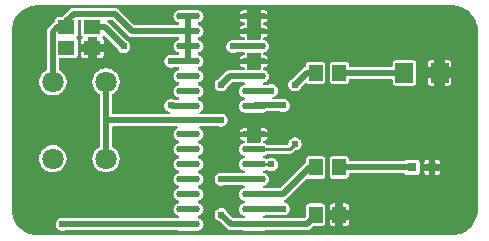
<source format=gtl>
G04 Layer: TopLayer*
G04 EasyEDA v6.5.40, 2024-07-28 23:41:03*
G04 a67cddfb3fce44daa9051d46cbbcc19f,10*
G04 Gerber Generator version 0.2*
G04 Scale: 100 percent, Rotated: No, Reflected: No *
G04 Dimensions in millimeters *
G04 leading zeros omitted , absolute positions ,4 integer and 5 decimal *
%FSLAX45Y45*%
%MOMM*%

%AMMACRO1*21,1,$1,$2,0,0,$3*%
%ADD10C,0.5000*%
%ADD11C,0.2540*%
%ADD12MACRO1,1.377X1.1325X90.0000*%
%ADD13MACRO1,1.377X1.1325X-90.0000*%
%ADD14R,0.8000X0.8000*%
%ADD15MACRO1,1.62X1.485X-90.0000*%
%ADD16R,1.4000X1.2000*%
%ADD17O,2.0379944X0.5739892*%
%ADD18C,1.8000*%
%ADD19C,0.6096*%
%ADD20C,0.6100*%
%ADD21C,0.0158*%

%LPD*%
G36*
X250291Y25908D02*
G01*
X230022Y26822D01*
X210667Y29413D01*
X191566Y33680D01*
X172974Y39624D01*
X154889Y47142D01*
X137566Y56184D01*
X121107Y66700D01*
X105664Y78638D01*
X91236Y91897D01*
X78079Y106324D01*
X66192Y121869D01*
X55727Y138379D01*
X46736Y155702D01*
X39319Y173786D01*
X33477Y192430D01*
X29260Y211531D01*
X26771Y230936D01*
X25908Y250748D01*
X25908Y1749247D01*
X26822Y1769973D01*
X29413Y1789328D01*
X33680Y1808429D01*
X39624Y1827022D01*
X47142Y1845106D01*
X56184Y1862429D01*
X66700Y1878888D01*
X78638Y1894332D01*
X91897Y1908759D01*
X106324Y1921916D01*
X121869Y1933803D01*
X138379Y1944268D01*
X155702Y1953260D01*
X173786Y1960676D01*
X192430Y1966518D01*
X211531Y1970735D01*
X230936Y1973224D01*
X250748Y1974088D01*
X3749243Y1974088D01*
X3769969Y1973173D01*
X3789324Y1970582D01*
X3808425Y1966315D01*
X3827068Y1960372D01*
X3845102Y1952853D01*
X3862425Y1943811D01*
X3878884Y1933295D01*
X3894378Y1921357D01*
X3908755Y1908098D01*
X3921912Y1893671D01*
X3933799Y1878126D01*
X3944264Y1861616D01*
X3953256Y1844293D01*
X3960672Y1826209D01*
X3966514Y1807565D01*
X3970731Y1788464D01*
X3973220Y1769110D01*
X3974084Y1749247D01*
X3974084Y250748D01*
X3973169Y230022D01*
X3970578Y210667D01*
X3966311Y191566D01*
X3960368Y172974D01*
X3952849Y154889D01*
X3943807Y137566D01*
X3933291Y121107D01*
X3921353Y105664D01*
X3908094Y91236D01*
X3893667Y78079D01*
X3878122Y66192D01*
X3861663Y55727D01*
X3844290Y46736D01*
X3826205Y39319D01*
X3807561Y33477D01*
X3788460Y29260D01*
X3769106Y26771D01*
X3749243Y25908D01*
G37*

%LPC*%
G36*
X455930Y62738D02*
G01*
X465734Y63601D01*
X475234Y66141D01*
X477570Y67259D01*
X481888Y68224D01*
X1428038Y68224D01*
X1430680Y67868D01*
X1440434Y65278D01*
X1450340Y64414D01*
X1595882Y64414D01*
X1605788Y65278D01*
X1614982Y67716D01*
X1623568Y71729D01*
X1631391Y77216D01*
X1638096Y83921D01*
X1643583Y91694D01*
X1647596Y100330D01*
X1650034Y109524D01*
X1650847Y118973D01*
X1650034Y128473D01*
X1647596Y137668D01*
X1643583Y146304D01*
X1638096Y154076D01*
X1631391Y160782D01*
X1623568Y166268D01*
X1614982Y170281D01*
X1605991Y172669D01*
X1602079Y174701D01*
X1599387Y178206D01*
X1598422Y182473D01*
X1599387Y186791D01*
X1602079Y190296D01*
X1605991Y192328D01*
X1614982Y194716D01*
X1623568Y198729D01*
X1631391Y204216D01*
X1638096Y210921D01*
X1643583Y218694D01*
X1647596Y227329D01*
X1650034Y236524D01*
X1650847Y245973D01*
X1650034Y255473D01*
X1647596Y264668D01*
X1643583Y273304D01*
X1638096Y281076D01*
X1631391Y287782D01*
X1623568Y293268D01*
X1614982Y297281D01*
X1605991Y299669D01*
X1602079Y301701D01*
X1599387Y305206D01*
X1598422Y309473D01*
X1599387Y313791D01*
X1602079Y317296D01*
X1605991Y319328D01*
X1614982Y321716D01*
X1623568Y325729D01*
X1631391Y331216D01*
X1638096Y337921D01*
X1643583Y345694D01*
X1647596Y354330D01*
X1650034Y363524D01*
X1650847Y372973D01*
X1650034Y382473D01*
X1647596Y391668D01*
X1643583Y400304D01*
X1638096Y408076D01*
X1631391Y414782D01*
X1623568Y420268D01*
X1614982Y424281D01*
X1605991Y426669D01*
X1602079Y428701D01*
X1599387Y432206D01*
X1598422Y436473D01*
X1599387Y440791D01*
X1602079Y444296D01*
X1605991Y446328D01*
X1614982Y448716D01*
X1623568Y452729D01*
X1631391Y458216D01*
X1638096Y464921D01*
X1643583Y472693D01*
X1647596Y481330D01*
X1650034Y490524D01*
X1650847Y499973D01*
X1650034Y509473D01*
X1647596Y518668D01*
X1643583Y527304D01*
X1638096Y535076D01*
X1631391Y541782D01*
X1623568Y547268D01*
X1614982Y551281D01*
X1605991Y553669D01*
X1602079Y555701D01*
X1599387Y559206D01*
X1598422Y563473D01*
X1599387Y567791D01*
X1602079Y571296D01*
X1605991Y573328D01*
X1614982Y575716D01*
X1623568Y579729D01*
X1631391Y585216D01*
X1638096Y591921D01*
X1643583Y599694D01*
X1647596Y608330D01*
X1650034Y617524D01*
X1650847Y626973D01*
X1650034Y636473D01*
X1647596Y645668D01*
X1643583Y654304D01*
X1638096Y662076D01*
X1631391Y668782D01*
X1623568Y674268D01*
X1614982Y678281D01*
X1605991Y680669D01*
X1602079Y682701D01*
X1599387Y686206D01*
X1598422Y690473D01*
X1599387Y694791D01*
X1602079Y698296D01*
X1605991Y700328D01*
X1614982Y702716D01*
X1623568Y706729D01*
X1631391Y712216D01*
X1638096Y718921D01*
X1643583Y726694D01*
X1647596Y735330D01*
X1650034Y744524D01*
X1650847Y753973D01*
X1650034Y763473D01*
X1647596Y772668D01*
X1643583Y781304D01*
X1638096Y789076D01*
X1631391Y795782D01*
X1623568Y801268D01*
X1614982Y805281D01*
X1605991Y807669D01*
X1602079Y809701D01*
X1599387Y813206D01*
X1598422Y817473D01*
X1599387Y821791D01*
X1602079Y825296D01*
X1605991Y827328D01*
X1614982Y829716D01*
X1623568Y833729D01*
X1631391Y839216D01*
X1638096Y845921D01*
X1643583Y853694D01*
X1647596Y862330D01*
X1650034Y871524D01*
X1650847Y880973D01*
X1650034Y890473D01*
X1647596Y899668D01*
X1643583Y908303D01*
X1638096Y916076D01*
X1631391Y922782D01*
X1623568Y928268D01*
X1620418Y929741D01*
X1617268Y932027D01*
X1615236Y935329D01*
X1614576Y939190D01*
X1615440Y943000D01*
X1617624Y946200D01*
X1620926Y948334D01*
X1624736Y949096D01*
X1774088Y949096D01*
X1778406Y948131D01*
X1780743Y947064D01*
X1790192Y944524D01*
X1799996Y943660D01*
X1809800Y944524D01*
X1819249Y947064D01*
X1828190Y951179D01*
X1836216Y956818D01*
X1843176Y963777D01*
X1848815Y971803D01*
X1852930Y980744D01*
X1855470Y990193D01*
X1856333Y999998D01*
X1855470Y1009802D01*
X1852930Y1019251D01*
X1848815Y1028192D01*
X1843176Y1036218D01*
X1836216Y1043178D01*
X1828190Y1048816D01*
X1819249Y1052931D01*
X1809800Y1055471D01*
X1799996Y1056335D01*
X1790192Y1055471D01*
X1780743Y1052931D01*
X1778406Y1051864D01*
X1774088Y1050899D01*
X1624736Y1050899D01*
X1620926Y1051661D01*
X1617624Y1053795D01*
X1615440Y1056995D01*
X1614576Y1060805D01*
X1615236Y1064666D01*
X1617268Y1067968D01*
X1620418Y1070254D01*
X1623568Y1071727D01*
X1631391Y1077214D01*
X1638096Y1083919D01*
X1643583Y1091692D01*
X1647596Y1100328D01*
X1650034Y1109522D01*
X1650847Y1119022D01*
X1650034Y1128471D01*
X1647596Y1137666D01*
X1643583Y1146302D01*
X1638096Y1154074D01*
X1631391Y1160780D01*
X1623568Y1166266D01*
X1614982Y1170279D01*
X1605991Y1172667D01*
X1602079Y1174699D01*
X1599387Y1178204D01*
X1598422Y1182522D01*
X1599387Y1186789D01*
X1602079Y1190294D01*
X1605991Y1192326D01*
X1614982Y1194714D01*
X1623568Y1198727D01*
X1631391Y1204214D01*
X1638096Y1210919D01*
X1643583Y1218692D01*
X1647596Y1227328D01*
X1650034Y1236522D01*
X1650847Y1246022D01*
X1650034Y1255471D01*
X1647596Y1264666D01*
X1643583Y1273302D01*
X1638096Y1281074D01*
X1631391Y1287780D01*
X1623568Y1293266D01*
X1614982Y1297279D01*
X1605991Y1299667D01*
X1602079Y1301699D01*
X1599387Y1305204D01*
X1598422Y1309522D01*
X1599387Y1313789D01*
X1602079Y1317294D01*
X1605991Y1319326D01*
X1614982Y1321714D01*
X1623568Y1325727D01*
X1631391Y1331214D01*
X1638096Y1337919D01*
X1643583Y1345692D01*
X1647596Y1354328D01*
X1650034Y1363522D01*
X1650847Y1373022D01*
X1650034Y1382471D01*
X1647596Y1391666D01*
X1643583Y1400302D01*
X1638096Y1408074D01*
X1631391Y1414780D01*
X1623568Y1420266D01*
X1614982Y1424279D01*
X1605991Y1426667D01*
X1602079Y1428699D01*
X1599387Y1432204D01*
X1598422Y1436522D01*
X1599387Y1440789D01*
X1602079Y1444294D01*
X1605991Y1446326D01*
X1614982Y1448714D01*
X1623568Y1452727D01*
X1631391Y1458214D01*
X1638096Y1464919D01*
X1643583Y1472692D01*
X1647596Y1481328D01*
X1650034Y1490522D01*
X1650847Y1500022D01*
X1650034Y1509471D01*
X1647596Y1518666D01*
X1643583Y1527302D01*
X1638096Y1535074D01*
X1631391Y1541780D01*
X1623568Y1547266D01*
X1614982Y1551279D01*
X1605991Y1553667D01*
X1602079Y1555699D01*
X1599387Y1559204D01*
X1598422Y1563522D01*
X1599387Y1567789D01*
X1602079Y1571294D01*
X1605991Y1573326D01*
X1614982Y1575714D01*
X1623568Y1579727D01*
X1631391Y1585214D01*
X1638096Y1591919D01*
X1643583Y1599692D01*
X1647596Y1608328D01*
X1650034Y1617522D01*
X1650847Y1627022D01*
X1650034Y1636471D01*
X1647596Y1645666D01*
X1643583Y1654302D01*
X1638096Y1662074D01*
X1631391Y1668780D01*
X1623568Y1674266D01*
X1614982Y1678279D01*
X1605991Y1680667D01*
X1602079Y1682699D01*
X1599387Y1686204D01*
X1598422Y1690522D01*
X1599387Y1694789D01*
X1602079Y1698294D01*
X1605991Y1700326D01*
X1614982Y1702714D01*
X1623568Y1706727D01*
X1631391Y1712214D01*
X1638096Y1718919D01*
X1643583Y1726692D01*
X1647596Y1735328D01*
X1650034Y1744522D01*
X1650847Y1754022D01*
X1650034Y1763471D01*
X1647596Y1772666D01*
X1643583Y1781302D01*
X1638096Y1789074D01*
X1631391Y1795780D01*
X1623568Y1801266D01*
X1614982Y1805279D01*
X1605991Y1807667D01*
X1602079Y1809699D01*
X1599387Y1813204D01*
X1598422Y1817522D01*
X1599387Y1821789D01*
X1602079Y1825294D01*
X1605991Y1827326D01*
X1614982Y1829714D01*
X1623568Y1833727D01*
X1631391Y1839214D01*
X1638096Y1845919D01*
X1643583Y1853692D01*
X1647596Y1862328D01*
X1650034Y1871522D01*
X1650847Y1881022D01*
X1650034Y1890471D01*
X1647596Y1899666D01*
X1643583Y1908302D01*
X1638096Y1916074D01*
X1631391Y1922780D01*
X1623568Y1928266D01*
X1614982Y1932279D01*
X1605788Y1934718D01*
X1595882Y1935581D01*
X1450340Y1935581D01*
X1440434Y1934718D01*
X1431239Y1932279D01*
X1422603Y1928266D01*
X1414830Y1922780D01*
X1408074Y1916074D01*
X1402638Y1908302D01*
X1398625Y1899666D01*
X1396136Y1890471D01*
X1395323Y1881022D01*
X1396136Y1871522D01*
X1398625Y1862328D01*
X1402638Y1853692D01*
X1408074Y1845919D01*
X1414830Y1839214D01*
X1422603Y1833727D01*
X1431239Y1829714D01*
X1440230Y1827326D01*
X1444142Y1825294D01*
X1446784Y1821789D01*
X1447749Y1817522D01*
X1446784Y1813204D01*
X1444142Y1809699D01*
X1440230Y1807667D01*
X1431594Y1805381D01*
X1429004Y1805025D01*
X1071219Y1805025D01*
X1067358Y1805787D01*
X1064056Y1808022D01*
X936040Y1935784D01*
X932637Y1938883D01*
X929081Y1941626D01*
X925372Y1944014D01*
X921410Y1946046D01*
X917346Y1947722D01*
X913028Y1949094D01*
X908761Y1950059D01*
X904290Y1950618D01*
X899718Y1950821D01*
X550113Y1950821D01*
X545490Y1950618D01*
X541070Y1950059D01*
X536752Y1949094D01*
X532485Y1947773D01*
X528421Y1946046D01*
X524459Y1944014D01*
X520700Y1941626D01*
X517194Y1938934D01*
X513740Y1935784D01*
X454406Y1876399D01*
X451104Y1874215D01*
X447192Y1873402D01*
X420573Y1873402D01*
X414274Y1872691D01*
X408787Y1870811D01*
X403910Y1867712D01*
X399796Y1863648D01*
X396697Y1858721D01*
X394817Y1853285D01*
X394106Y1846935D01*
X394106Y1841195D01*
X393395Y1837436D01*
X391312Y1834235D01*
X383438Y1829206D01*
X379780Y1826361D01*
X376478Y1823364D01*
X339191Y1786331D01*
X335889Y1782775D01*
X333298Y1779422D01*
X330809Y1775510D01*
X328879Y1771751D01*
X327050Y1767433D01*
X325780Y1763420D01*
X324764Y1758899D01*
X324205Y1754682D01*
X324002Y1749806D01*
X324002Y1435201D01*
X323443Y1431848D01*
X321818Y1428902D01*
X319278Y1426616D01*
X306882Y1418742D01*
X295656Y1409496D01*
X285699Y1398879D01*
X277164Y1387094D01*
X270154Y1374343D01*
X264769Y1360830D01*
X261162Y1346708D01*
X259334Y1332280D01*
X259334Y1317701D01*
X261162Y1303274D01*
X264769Y1289202D01*
X270154Y1275638D01*
X277164Y1262888D01*
X285699Y1251153D01*
X295656Y1240536D01*
X306882Y1231239D01*
X319176Y1223467D01*
X332333Y1217269D01*
X346202Y1212748D01*
X360476Y1210005D01*
X375005Y1209090D01*
X389534Y1210005D01*
X403809Y1212748D01*
X417677Y1217269D01*
X430834Y1223467D01*
X443128Y1231239D01*
X454304Y1240536D01*
X464312Y1251153D01*
X472846Y1262888D01*
X479856Y1275638D01*
X485190Y1289202D01*
X488848Y1303274D01*
X490677Y1317701D01*
X490677Y1332280D01*
X488848Y1346708D01*
X485190Y1360830D01*
X479856Y1374343D01*
X472846Y1387094D01*
X464312Y1398879D01*
X454304Y1409496D01*
X443128Y1418742D01*
X430530Y1426768D01*
X427990Y1429004D01*
X426364Y1432001D01*
X425805Y1435303D01*
X425805Y1516481D01*
X426567Y1520342D01*
X428802Y1523644D01*
X432104Y1525828D01*
X435965Y1526641D01*
X559409Y1526641D01*
X565759Y1527352D01*
X571195Y1529232D01*
X576122Y1532331D01*
X580186Y1536395D01*
X583285Y1541322D01*
X585216Y1546758D01*
X585927Y1553108D01*
X585927Y1671980D01*
X585216Y1678279D01*
X583285Y1683715D01*
X580186Y1688642D01*
X576021Y1692859D01*
X573786Y1696110D01*
X573024Y1700022D01*
X573786Y1703882D01*
X576021Y1707184D01*
X580186Y1711401D01*
X583285Y1716328D01*
X585216Y1721764D01*
X585927Y1728063D01*
X585927Y1838858D01*
X586689Y1842719D01*
X588873Y1846021D01*
X592175Y1848256D01*
X596087Y1849018D01*
X603910Y1849018D01*
X607822Y1848256D01*
X611124Y1846021D01*
X613308Y1842719D01*
X614070Y1838858D01*
X614070Y1728114D01*
X614781Y1721764D01*
X616712Y1716328D01*
X619810Y1711401D01*
X623976Y1707184D01*
X626211Y1703933D01*
X626973Y1700022D01*
X626211Y1696110D01*
X623976Y1692859D01*
X619810Y1688642D01*
X616712Y1683715D01*
X614781Y1678279D01*
X614070Y1671980D01*
X614070Y1648866D01*
X668629Y1648866D01*
X668629Y1691436D01*
X669442Y1695348D01*
X671626Y1698650D01*
X674928Y1700834D01*
X678789Y1701596D01*
X741172Y1701596D01*
X745083Y1700834D01*
X748385Y1698650D01*
X750570Y1695348D01*
X751332Y1691436D01*
X751332Y1648866D01*
X805891Y1648866D01*
X805891Y1671980D01*
X805180Y1678279D01*
X803300Y1683715D01*
X800201Y1688642D01*
X795985Y1692859D01*
X793800Y1696110D01*
X793038Y1699971D01*
X793750Y1703882D01*
X795934Y1707184D01*
X801116Y1712417D01*
X804418Y1714652D01*
X808329Y1715465D01*
X812241Y1714703D01*
X815543Y1712468D01*
X920292Y1607718D01*
X922324Y1604822D01*
X925982Y1597050D01*
X931570Y1588973D01*
X938530Y1582013D01*
X946607Y1576425D01*
X955497Y1572260D01*
X964996Y1569720D01*
X974801Y1568856D01*
X984554Y1569720D01*
X994054Y1572260D01*
X1002944Y1576425D01*
X1011021Y1582013D01*
X1017981Y1588973D01*
X1023569Y1597050D01*
X1027734Y1605940D01*
X1030274Y1615440D01*
X1031138Y1625193D01*
X1030274Y1634998D01*
X1027734Y1644497D01*
X1023569Y1653387D01*
X1017981Y1661464D01*
X1011021Y1668424D01*
X1002944Y1674012D01*
X995222Y1677670D01*
X992327Y1679651D01*
X848664Y1823364D01*
X845312Y1826412D01*
X839469Y1830628D01*
X836676Y1833778D01*
X835355Y1837791D01*
X835761Y1842007D01*
X837895Y1845665D01*
X841298Y1848154D01*
X845464Y1849018D01*
X874674Y1849018D01*
X878535Y1848256D01*
X881837Y1846021D01*
X1009853Y1718259D01*
X1013256Y1715160D01*
X1016812Y1712417D01*
X1020521Y1710029D01*
X1024483Y1707997D01*
X1028547Y1706321D01*
X1032865Y1704949D01*
X1037132Y1703984D01*
X1041603Y1703425D01*
X1046175Y1703222D01*
X1428038Y1703222D01*
X1430680Y1702866D01*
X1440230Y1700326D01*
X1444142Y1698294D01*
X1446784Y1694789D01*
X1447749Y1690522D01*
X1446784Y1686204D01*
X1444142Y1682699D01*
X1440230Y1680667D01*
X1431239Y1678279D01*
X1422603Y1674266D01*
X1414830Y1668780D01*
X1408074Y1662074D01*
X1402638Y1654302D01*
X1398625Y1645666D01*
X1396136Y1636471D01*
X1395323Y1627022D01*
X1396136Y1617522D01*
X1398625Y1608328D01*
X1402638Y1599692D01*
X1408074Y1591919D01*
X1414830Y1585214D01*
X1422603Y1579727D01*
X1431239Y1575714D01*
X1440230Y1573326D01*
X1444142Y1571294D01*
X1446784Y1567789D01*
X1447749Y1563522D01*
X1446784Y1559204D01*
X1444142Y1555699D01*
X1440230Y1553667D01*
X1431137Y1551228D01*
X1428496Y1550924D01*
X1400962Y1550924D01*
X1396644Y1551838D01*
X1394307Y1552956D01*
X1384808Y1555496D01*
X1375003Y1556359D01*
X1365199Y1555496D01*
X1355699Y1552956D01*
X1346809Y1548790D01*
X1338783Y1543202D01*
X1331823Y1536242D01*
X1326184Y1528165D01*
X1322019Y1519275D01*
X1319479Y1509776D01*
X1318615Y1499971D01*
X1319479Y1490218D01*
X1322019Y1480718D01*
X1326184Y1471828D01*
X1331823Y1463751D01*
X1338783Y1456791D01*
X1346809Y1451203D01*
X1355699Y1447038D01*
X1365199Y1444498D01*
X1375003Y1443634D01*
X1384808Y1444498D01*
X1394307Y1447038D01*
X1396644Y1448155D01*
X1400962Y1449070D01*
X1428496Y1449070D01*
X1431137Y1448765D01*
X1440230Y1446326D01*
X1444142Y1444294D01*
X1446784Y1440789D01*
X1447749Y1436522D01*
X1446784Y1432204D01*
X1444142Y1428699D01*
X1440230Y1426667D01*
X1431239Y1424279D01*
X1422603Y1420266D01*
X1414830Y1414780D01*
X1408074Y1408074D01*
X1402638Y1400302D01*
X1398625Y1391666D01*
X1396136Y1382471D01*
X1395323Y1373022D01*
X1396136Y1363522D01*
X1398625Y1354328D01*
X1402638Y1345692D01*
X1408074Y1337919D01*
X1414830Y1331214D01*
X1422603Y1325727D01*
X1431239Y1321714D01*
X1440230Y1319326D01*
X1444142Y1317294D01*
X1446784Y1313789D01*
X1447749Y1309522D01*
X1446784Y1305204D01*
X1444142Y1301699D01*
X1440230Y1299667D01*
X1431239Y1297279D01*
X1422603Y1293266D01*
X1414830Y1287780D01*
X1408074Y1281074D01*
X1402638Y1273302D01*
X1398625Y1264666D01*
X1396136Y1255471D01*
X1395323Y1246022D01*
X1396136Y1236522D01*
X1398625Y1227328D01*
X1402638Y1218692D01*
X1408074Y1210919D01*
X1414830Y1204214D01*
X1422603Y1198727D01*
X1431239Y1194714D01*
X1440230Y1192326D01*
X1444142Y1190294D01*
X1446784Y1186789D01*
X1447749Y1182522D01*
X1446784Y1178204D01*
X1444142Y1174699D01*
X1440230Y1172667D01*
X1431137Y1170228D01*
X1428496Y1169924D01*
X1411986Y1169924D01*
X1408887Y1170381D01*
X1406144Y1171752D01*
X1403197Y1173784D01*
X1394307Y1177950D01*
X1384808Y1180490D01*
X1375003Y1181354D01*
X1365199Y1180490D01*
X1355699Y1177950D01*
X1346809Y1173784D01*
X1338783Y1168196D01*
X1331823Y1161237D01*
X1326184Y1153160D01*
X1322019Y1144270D01*
X1319479Y1134770D01*
X1318615Y1124966D01*
X1319479Y1115212D01*
X1322019Y1105712D01*
X1326184Y1096822D01*
X1331823Y1088745D01*
X1338783Y1081786D01*
X1346809Y1076198D01*
X1355699Y1072032D01*
X1359966Y1070864D01*
X1363675Y1069035D01*
X1366316Y1065834D01*
X1367485Y1061821D01*
X1366926Y1057706D01*
X1364792Y1054150D01*
X1361440Y1051763D01*
X1357376Y1050899D01*
X886053Y1050899D01*
X882192Y1051661D01*
X878890Y1053896D01*
X876655Y1057198D01*
X875893Y1061059D01*
X875893Y1214729D01*
X876452Y1218082D01*
X878078Y1221028D01*
X880618Y1223314D01*
X893114Y1231239D01*
X904341Y1240536D01*
X914298Y1251153D01*
X922832Y1262888D01*
X929843Y1275638D01*
X935228Y1289202D01*
X938834Y1303274D01*
X940663Y1317701D01*
X940663Y1332280D01*
X938834Y1346708D01*
X935228Y1360830D01*
X929843Y1374343D01*
X922832Y1387094D01*
X914298Y1398879D01*
X904341Y1409496D01*
X893114Y1418742D01*
X880821Y1426565D01*
X867664Y1432763D01*
X853795Y1437233D01*
X839520Y1439976D01*
X824992Y1440891D01*
X810463Y1439976D01*
X796188Y1437233D01*
X782320Y1432763D01*
X769162Y1426565D01*
X756869Y1418742D01*
X745693Y1409496D01*
X735685Y1398879D01*
X727151Y1387094D01*
X720140Y1374343D01*
X714806Y1360830D01*
X711149Y1346708D01*
X709320Y1332280D01*
X709320Y1317701D01*
X711149Y1303274D01*
X714806Y1289202D01*
X720140Y1275638D01*
X727151Y1262888D01*
X735685Y1251153D01*
X745693Y1240536D01*
X756869Y1231239D01*
X769366Y1223314D01*
X771906Y1221079D01*
X773531Y1218082D01*
X774090Y1214729D01*
X774090Y785266D01*
X773531Y781913D01*
X771906Y778967D01*
X769366Y776681D01*
X756869Y768756D01*
X745693Y759460D01*
X735685Y748893D01*
X727151Y737108D01*
X720140Y724357D01*
X714806Y710793D01*
X711149Y696722D01*
X709320Y682294D01*
X709320Y667715D01*
X711149Y653288D01*
X714806Y639165D01*
X720140Y625652D01*
X727151Y612902D01*
X735685Y601116D01*
X745693Y590499D01*
X756869Y581253D01*
X769162Y573430D01*
X782320Y567232D01*
X796188Y562762D01*
X810463Y560019D01*
X824992Y559104D01*
X839520Y560019D01*
X853795Y562762D01*
X867664Y567232D01*
X880821Y573430D01*
X893114Y581253D01*
X904341Y590499D01*
X914298Y601116D01*
X922832Y612902D01*
X929843Y625652D01*
X935228Y639165D01*
X938834Y653288D01*
X940663Y667715D01*
X940663Y682294D01*
X938834Y696722D01*
X935228Y710793D01*
X929843Y724357D01*
X922832Y737108D01*
X914298Y748893D01*
X904341Y759460D01*
X893114Y768756D01*
X880618Y776681D01*
X878078Y778967D01*
X876452Y781913D01*
X875893Y785266D01*
X875893Y938936D01*
X876655Y942797D01*
X878890Y946099D01*
X882192Y948334D01*
X886053Y949096D01*
X1421485Y949096D01*
X1425295Y948334D01*
X1428546Y946200D01*
X1430782Y943000D01*
X1431645Y939190D01*
X1430985Y935329D01*
X1428902Y932027D01*
X1425752Y929741D01*
X1422603Y928268D01*
X1414830Y922782D01*
X1408074Y916076D01*
X1402638Y908303D01*
X1398625Y899668D01*
X1396136Y890473D01*
X1395323Y880973D01*
X1396136Y871524D01*
X1398625Y862330D01*
X1402638Y853694D01*
X1408074Y845921D01*
X1414830Y839216D01*
X1422603Y833729D01*
X1431239Y829716D01*
X1440230Y827328D01*
X1444142Y825296D01*
X1446784Y821791D01*
X1447749Y817473D01*
X1446784Y813206D01*
X1444142Y809701D01*
X1440230Y807669D01*
X1431239Y805281D01*
X1422603Y801268D01*
X1414830Y795782D01*
X1408074Y789076D01*
X1402638Y781304D01*
X1398625Y772668D01*
X1396136Y763473D01*
X1395323Y753973D01*
X1396136Y744524D01*
X1398625Y735330D01*
X1402638Y726694D01*
X1408074Y718921D01*
X1414830Y712216D01*
X1422603Y706729D01*
X1431239Y702716D01*
X1440230Y700328D01*
X1444142Y698296D01*
X1446784Y694791D01*
X1447749Y690473D01*
X1446784Y686206D01*
X1444142Y682701D01*
X1440230Y680669D01*
X1431239Y678281D01*
X1422603Y674268D01*
X1414830Y668782D01*
X1408074Y662076D01*
X1402638Y654304D01*
X1398625Y645668D01*
X1396136Y636473D01*
X1395323Y626973D01*
X1396136Y617524D01*
X1398625Y608330D01*
X1402638Y599694D01*
X1408074Y591921D01*
X1414830Y585216D01*
X1422603Y579729D01*
X1431239Y575716D01*
X1440230Y573328D01*
X1444142Y571296D01*
X1446784Y567791D01*
X1447749Y563473D01*
X1446784Y559206D01*
X1444142Y555701D01*
X1440230Y553669D01*
X1431239Y551281D01*
X1422603Y547268D01*
X1414830Y541782D01*
X1408074Y535076D01*
X1402638Y527304D01*
X1398625Y518668D01*
X1396136Y509473D01*
X1395323Y499973D01*
X1396136Y490524D01*
X1398625Y481330D01*
X1402638Y472693D01*
X1408074Y464921D01*
X1414830Y458216D01*
X1422603Y452729D01*
X1431239Y448716D01*
X1440230Y446328D01*
X1444142Y444296D01*
X1446784Y440791D01*
X1447749Y436473D01*
X1446784Y432206D01*
X1444142Y428701D01*
X1440230Y426669D01*
X1431239Y424281D01*
X1422603Y420268D01*
X1414830Y414782D01*
X1408074Y408076D01*
X1402638Y400304D01*
X1398625Y391668D01*
X1396136Y382473D01*
X1395323Y372973D01*
X1396136Y363524D01*
X1398625Y354330D01*
X1402638Y345694D01*
X1408074Y337921D01*
X1414830Y331216D01*
X1422603Y325729D01*
X1431239Y321716D01*
X1440230Y319328D01*
X1444142Y317296D01*
X1446784Y313791D01*
X1447749Y309473D01*
X1446784Y305206D01*
X1444142Y301701D01*
X1440230Y299669D01*
X1431239Y297281D01*
X1422603Y293268D01*
X1414830Y287782D01*
X1408074Y281076D01*
X1402638Y273304D01*
X1398625Y264668D01*
X1396136Y255473D01*
X1395323Y245973D01*
X1396136Y236524D01*
X1398625Y227329D01*
X1402638Y218694D01*
X1408074Y210921D01*
X1414830Y204216D01*
X1422603Y198729D01*
X1431239Y194716D01*
X1440230Y192328D01*
X1444142Y190296D01*
X1446784Y186791D01*
X1447749Y182473D01*
X1446784Y178206D01*
X1444142Y174701D01*
X1440230Y172669D01*
X1431645Y170383D01*
X1429004Y170027D01*
X481888Y170027D01*
X477570Y170992D01*
X475234Y172110D01*
X465734Y174650D01*
X455930Y175514D01*
X446125Y174650D01*
X436626Y172110D01*
X427735Y167944D01*
X419709Y162306D01*
X412750Y155346D01*
X407111Y147320D01*
X402945Y138430D01*
X400405Y128930D01*
X399542Y119126D01*
X400405Y109321D01*
X402945Y99822D01*
X407111Y90932D01*
X412750Y82905D01*
X419709Y75946D01*
X427735Y70307D01*
X436626Y66141D01*
X446125Y63601D01*
G37*
G36*
X2004161Y64414D02*
G01*
X2149652Y64414D01*
X2159558Y65278D01*
X2168855Y67767D01*
X2171496Y68072D01*
X2522169Y68072D01*
X2526792Y68275D01*
X2531211Y68884D01*
X2535529Y69850D01*
X2539796Y71170D01*
X2543860Y72847D01*
X2547823Y74930D01*
X2551582Y77317D01*
X2555087Y80010D01*
X2558542Y83159D01*
X2577541Y102158D01*
X2580843Y104343D01*
X2584704Y105156D01*
X2656078Y105156D01*
X2662377Y105867D01*
X2667863Y107746D01*
X2672740Y110845D01*
X2676855Y114909D01*
X2679903Y119837D01*
X2681833Y125272D01*
X2682544Y131622D01*
X2682544Y268173D01*
X2681833Y274523D01*
X2679903Y279958D01*
X2676855Y284886D01*
X2672740Y288950D01*
X2667863Y292049D01*
X2662377Y293928D01*
X2656078Y294640D01*
X2543962Y294640D01*
X2537612Y293928D01*
X2532176Y292049D01*
X2527300Y288950D01*
X2523185Y284886D01*
X2520086Y279958D01*
X2518206Y274523D01*
X2517495Y268173D01*
X2517495Y190296D01*
X2516682Y186436D01*
X2514498Y183134D01*
X2504287Y172872D01*
X2500985Y170688D01*
X2497074Y169926D01*
X2171496Y169926D01*
X2168855Y170230D01*
X2159762Y172669D01*
X2155901Y174701D01*
X2153208Y178206D01*
X2152243Y182473D01*
X2153208Y186791D01*
X2155901Y190296D01*
X2159762Y192328D01*
X2168753Y194716D01*
X2176119Y198120D01*
X2180386Y199085D01*
X2299055Y199085D01*
X2303373Y198120D01*
X2305710Y197053D01*
X2315210Y194513D01*
X2325014Y193649D01*
X2334768Y194513D01*
X2344267Y197053D01*
X2353157Y201168D01*
X2361234Y206806D01*
X2368143Y213766D01*
X2373782Y221792D01*
X2377948Y230733D01*
X2380488Y240182D01*
X2381351Y249986D01*
X2380488Y259791D01*
X2377948Y269240D01*
X2373782Y278180D01*
X2368143Y286207D01*
X2361234Y293166D01*
X2353157Y298805D01*
X2344267Y302920D01*
X2337562Y304749D01*
X2333701Y306730D01*
X2331059Y310134D01*
X2330043Y314350D01*
X2330856Y318566D01*
X2333396Y322072D01*
X2337155Y324256D01*
X2340508Y325272D01*
X2344572Y326999D01*
X2348534Y329031D01*
X2352294Y331419D01*
X2355799Y334111D01*
X2359253Y337261D01*
X2525877Y503935D01*
X2528976Y506069D01*
X2532684Y506882D01*
X2537612Y505917D01*
X2543962Y505206D01*
X2656078Y505206D01*
X2662377Y505917D01*
X2667863Y507796D01*
X2672740Y510895D01*
X2676855Y514959D01*
X2679903Y519887D01*
X2681833Y525322D01*
X2682544Y531672D01*
X2682544Y668223D01*
X2681833Y674573D01*
X2679903Y680008D01*
X2676855Y684936D01*
X2672740Y689000D01*
X2667863Y692099D01*
X2662377Y693978D01*
X2656078Y694690D01*
X2543962Y694690D01*
X2537612Y693978D01*
X2532176Y692099D01*
X2527300Y689000D01*
X2523185Y684936D01*
X2520086Y680008D01*
X2518206Y674573D01*
X2517495Y668223D01*
X2517495Y643636D01*
X2516530Y639318D01*
X2513584Y635609D01*
X2304948Y427024D01*
X2301697Y424789D01*
X2297785Y424027D01*
X2170988Y424027D01*
X2168398Y424383D01*
X2159762Y426669D01*
X2155901Y428701D01*
X2153208Y432206D01*
X2152243Y436473D01*
X2153208Y440791D01*
X2155901Y444296D01*
X2159762Y446328D01*
X2168753Y448716D01*
X2177389Y452729D01*
X2185162Y458216D01*
X2191918Y464921D01*
X2197354Y472693D01*
X2201367Y481330D01*
X2203856Y490524D01*
X2204669Y499973D01*
X2203856Y509473D01*
X2201367Y518668D01*
X2197354Y527304D01*
X2191918Y535076D01*
X2185162Y541782D01*
X2177389Y547268D01*
X2168753Y551281D01*
X2159762Y553669D01*
X2155901Y555701D01*
X2153208Y559206D01*
X2152243Y563473D01*
X2153208Y567791D01*
X2155901Y571296D01*
X2159762Y573328D01*
X2168753Y575716D01*
X2177389Y579729D01*
X2178761Y580694D01*
X2182520Y582320D01*
X2186635Y582320D01*
X2190394Y580694D01*
X2196795Y576173D01*
X2205736Y572058D01*
X2215184Y569518D01*
X2224989Y568655D01*
X2234793Y569518D01*
X2244242Y572058D01*
X2253183Y576173D01*
X2261209Y581812D01*
X2268169Y588772D01*
X2273808Y596798D01*
X2277922Y605739D01*
X2280462Y615188D01*
X2281326Y624992D01*
X2280462Y634796D01*
X2277922Y644245D01*
X2273808Y653186D01*
X2268169Y661212D01*
X2261209Y668172D01*
X2253183Y673811D01*
X2244242Y677926D01*
X2234793Y680466D01*
X2224989Y681329D01*
X2215184Y680466D01*
X2205736Y677926D01*
X2196795Y673811D01*
X2193239Y671322D01*
X2189480Y669696D01*
X2185365Y669696D01*
X2181606Y671322D01*
X2177389Y674268D01*
X2168753Y678281D01*
X2159762Y680669D01*
X2155901Y682701D01*
X2153208Y686206D01*
X2152243Y690473D01*
X2153208Y694791D01*
X2155901Y698296D01*
X2159762Y700328D01*
X2168753Y702716D01*
X2177389Y706729D01*
X2188819Y714756D01*
X2192680Y715518D01*
X2378608Y715518D01*
X2386634Y716280D01*
X2393848Y718515D01*
X2400554Y722071D01*
X2406751Y727151D01*
X2420467Y740867D01*
X2423363Y742899D01*
X2426766Y743813D01*
X2434793Y744524D01*
X2444242Y747064D01*
X2453182Y751179D01*
X2461209Y756818D01*
X2468168Y763778D01*
X2473807Y771804D01*
X2477922Y780745D01*
X2480462Y790194D01*
X2481326Y799998D01*
X2480462Y809802D01*
X2477922Y819251D01*
X2473807Y828192D01*
X2468168Y836218D01*
X2461209Y843178D01*
X2453182Y848817D01*
X2444242Y852932D01*
X2434793Y855471D01*
X2424988Y856335D01*
X2415184Y855471D01*
X2405735Y852932D01*
X2396794Y848817D01*
X2388768Y843178D01*
X2381808Y836218D01*
X2376170Y828192D01*
X2372055Y819251D01*
X2369515Y809802D01*
X2368804Y802030D01*
X2367788Y798372D01*
X2365552Y795375D01*
X2362352Y793445D01*
X2358694Y792734D01*
X2192477Y792734D01*
X2188565Y793496D01*
X2177389Y801268D01*
X2168753Y805281D01*
X2159762Y807669D01*
X2155901Y809701D01*
X2153208Y813206D01*
X2152243Y817473D01*
X2153208Y821791D01*
X2155901Y825296D01*
X2159762Y827328D01*
X2168753Y829716D01*
X2177389Y833729D01*
X2185162Y839216D01*
X2191918Y845921D01*
X2197354Y853694D01*
X2200452Y860298D01*
X2134209Y860298D01*
X2134209Y818743D01*
X2133447Y814882D01*
X2131212Y811580D01*
X2127910Y809396D01*
X2124049Y808583D01*
X2029764Y808583D01*
X2025853Y809396D01*
X2022602Y811580D01*
X2020366Y814882D01*
X2019604Y818743D01*
X2019604Y860298D01*
X1953361Y860298D01*
X1956460Y853694D01*
X1961896Y845921D01*
X1968601Y839216D01*
X1976424Y833729D01*
X1985060Y829716D01*
X1994001Y827328D01*
X1997913Y825296D01*
X2000605Y821791D01*
X2001570Y817473D01*
X2000605Y813206D01*
X1997913Y809701D01*
X1994001Y807669D01*
X1985060Y805281D01*
X1976424Y801268D01*
X1968601Y795782D01*
X1961896Y789076D01*
X1956460Y781304D01*
X1952447Y772668D01*
X1949957Y763473D01*
X1949145Y753973D01*
X1949957Y744524D01*
X1952447Y735330D01*
X1956460Y726694D01*
X1961896Y718921D01*
X1968601Y712216D01*
X1976424Y706729D01*
X1985060Y702716D01*
X1994001Y700328D01*
X1997913Y698296D01*
X2000605Y694791D01*
X2001570Y690473D01*
X2000605Y686206D01*
X1997913Y682701D01*
X1994001Y680669D01*
X1985060Y678281D01*
X1976424Y674268D01*
X1968601Y668782D01*
X1961896Y662076D01*
X1956460Y654304D01*
X1952447Y645668D01*
X1949957Y636473D01*
X1949145Y626973D01*
X1949957Y617524D01*
X1952447Y608330D01*
X1956460Y599694D01*
X1961896Y591921D01*
X1968601Y585216D01*
X1976424Y579729D01*
X1985060Y575716D01*
X1994001Y573328D01*
X1997913Y571296D01*
X2000605Y567791D01*
X2001570Y563473D01*
X2000605Y559206D01*
X1997913Y555701D01*
X1994001Y553669D01*
X1986076Y551535D01*
X1983435Y551230D01*
X1826158Y551484D01*
X1821840Y552450D01*
X1819402Y553618D01*
X1809902Y556158D01*
X1800098Y557022D01*
X1790293Y556158D01*
X1780793Y553618D01*
X1771904Y549452D01*
X1763877Y543814D01*
X1756918Y536854D01*
X1751279Y528828D01*
X1747113Y519938D01*
X1744573Y510438D01*
X1743710Y500634D01*
X1744573Y490829D01*
X1747113Y481330D01*
X1751279Y472440D01*
X1756918Y464413D01*
X1763877Y457454D01*
X1771904Y451815D01*
X1780793Y447649D01*
X1790293Y445109D01*
X1800098Y444246D01*
X1809902Y445109D01*
X1819402Y447649D01*
X1821637Y448716D01*
X1825955Y449681D01*
X1981352Y449376D01*
X1983993Y449021D01*
X1994052Y446328D01*
X1997964Y444246D01*
X2000605Y440791D01*
X2001570Y436473D01*
X2000605Y432206D01*
X1997913Y428701D01*
X1994052Y426669D01*
X1985060Y424281D01*
X1976424Y420268D01*
X1968601Y414782D01*
X1961896Y408076D01*
X1956460Y400304D01*
X1952447Y391668D01*
X1949957Y382473D01*
X1949145Y372973D01*
X1949957Y363524D01*
X1952447Y354330D01*
X1956460Y345694D01*
X1961896Y337921D01*
X1968601Y331216D01*
X1976424Y325729D01*
X1985060Y321716D01*
X1994001Y319328D01*
X1997913Y317296D01*
X2000605Y313791D01*
X2001570Y309473D01*
X2000605Y305206D01*
X1997913Y301701D01*
X1994001Y299669D01*
X1985060Y297281D01*
X1976424Y293268D01*
X1968601Y287782D01*
X1961896Y281076D01*
X1956460Y273304D01*
X1952447Y264668D01*
X1949957Y255473D01*
X1949145Y245973D01*
X1949957Y236524D01*
X1952447Y227329D01*
X1956460Y218694D01*
X1961896Y210921D01*
X1968601Y204216D01*
X1976424Y198729D01*
X1985060Y194716D01*
X1994001Y192328D01*
X1997913Y190296D01*
X2000605Y186791D01*
X2001570Y182473D01*
X2000605Y178206D01*
X1997913Y174701D01*
X1994001Y172669D01*
X1984959Y170230D01*
X1982317Y169926D01*
X1906270Y169926D01*
X1902409Y170688D01*
X1899107Y172872D01*
X1854454Y217525D01*
X1852422Y220421D01*
X1848815Y228193D01*
X1843176Y236220D01*
X1836216Y243179D01*
X1828190Y248818D01*
X1819300Y252984D01*
X1809800Y255524D01*
X1799996Y256387D01*
X1790192Y255524D01*
X1780692Y252984D01*
X1771802Y248818D01*
X1763775Y243179D01*
X1756816Y236220D01*
X1751177Y228193D01*
X1747012Y219303D01*
X1744472Y209804D01*
X1743608Y199999D01*
X1744472Y190195D01*
X1747012Y180695D01*
X1751177Y171805D01*
X1756816Y163779D01*
X1763775Y156819D01*
X1771802Y151180D01*
X1779574Y147574D01*
X1782470Y145542D01*
X1844852Y83159D01*
X1848256Y80010D01*
X1851812Y77317D01*
X1855520Y74930D01*
X1859483Y72847D01*
X1863598Y71170D01*
X1867814Y69850D01*
X1872132Y68884D01*
X1876552Y68275D01*
X1881225Y68072D01*
X1982317Y68072D01*
X1984959Y67767D01*
X1994204Y65278D01*
G37*
G36*
X2743962Y105156D02*
G01*
X2765348Y105156D01*
X2765348Y159105D01*
X2717495Y159105D01*
X2717495Y131622D01*
X2718206Y125272D01*
X2720136Y119837D01*
X2723184Y114909D01*
X2727299Y110845D01*
X2732176Y107746D01*
X2737662Y105867D01*
G37*
G36*
X2834690Y105156D02*
G01*
X2856077Y105156D01*
X2862427Y105867D01*
X2867863Y107746D01*
X2872740Y110845D01*
X2876854Y114909D01*
X2879953Y119837D01*
X2881833Y125272D01*
X2882544Y131622D01*
X2882544Y159105D01*
X2834690Y159105D01*
G37*
G36*
X2717495Y240690D02*
G01*
X2765348Y240690D01*
X2765348Y294640D01*
X2743962Y294640D01*
X2737662Y293928D01*
X2732176Y292049D01*
X2727299Y288950D01*
X2723184Y284886D01*
X2720136Y279958D01*
X2718206Y274523D01*
X2717495Y268173D01*
G37*
G36*
X2834690Y240690D02*
G01*
X2882544Y240690D01*
X2882544Y268173D01*
X2881833Y274523D01*
X2879953Y279958D01*
X2876854Y284886D01*
X2872740Y288950D01*
X2867863Y292049D01*
X2862427Y293928D01*
X2856077Y294640D01*
X2834690Y294640D01*
G37*
G36*
X2743962Y505206D02*
G01*
X2856077Y505206D01*
X2862427Y505917D01*
X2867863Y507796D01*
X2872740Y510895D01*
X2876854Y514959D01*
X2879953Y519887D01*
X2881833Y525322D01*
X2882544Y531672D01*
X2882544Y538937D01*
X2883357Y542798D01*
X2885541Y546100D01*
X2888843Y548335D01*
X2892704Y549097D01*
X3345840Y549097D01*
X3349193Y548538D01*
X3352139Y546862D01*
X3354730Y543864D01*
X3358794Y539800D01*
X3363722Y536702D01*
X3369157Y534822D01*
X3375456Y534111D01*
X3454349Y534111D01*
X3460648Y534822D01*
X3466134Y536702D01*
X3471011Y539800D01*
X3475126Y543864D01*
X3478174Y548792D01*
X3480104Y554228D01*
X3480815Y560578D01*
X3480815Y639419D01*
X3480104Y645769D01*
X3478174Y651205D01*
X3475126Y656132D01*
X3471011Y660196D01*
X3466134Y663295D01*
X3460648Y665175D01*
X3454349Y665886D01*
X3375456Y665886D01*
X3369157Y665175D01*
X3363722Y663295D01*
X3358794Y660196D01*
X3352139Y653135D01*
X3349193Y651459D01*
X3345840Y650900D01*
X2892704Y650900D01*
X2888843Y651662D01*
X2885541Y653897D01*
X2883357Y657199D01*
X2882544Y661060D01*
X2882544Y668223D01*
X2881833Y674573D01*
X2879953Y680008D01*
X2876854Y684936D01*
X2872740Y689000D01*
X2867863Y692099D01*
X2862427Y693978D01*
X2856077Y694690D01*
X2743962Y694690D01*
X2737662Y693978D01*
X2732176Y692099D01*
X2727299Y689000D01*
X2723184Y684936D01*
X2720136Y680008D01*
X2718206Y674573D01*
X2717495Y668223D01*
X2717495Y531672D01*
X2718206Y525322D01*
X2720136Y519887D01*
X2723184Y514959D01*
X2727299Y510895D01*
X2732176Y507796D01*
X2737662Y505917D01*
G37*
G36*
X3611422Y534111D02*
G01*
X3624529Y534111D01*
X3630828Y534822D01*
X3636314Y536702D01*
X3641191Y539800D01*
X3645306Y543864D01*
X3648354Y548792D01*
X3650284Y554228D01*
X3650996Y560578D01*
X3650996Y573633D01*
X3611422Y573633D01*
G37*
G36*
X3545636Y534111D02*
G01*
X3558743Y534111D01*
X3558743Y573633D01*
X3519170Y573633D01*
X3519170Y560578D01*
X3519881Y554228D01*
X3521811Y548792D01*
X3524910Y543864D01*
X3528974Y539800D01*
X3533901Y536702D01*
X3539337Y534822D01*
G37*
G36*
X375005Y559104D02*
G01*
X389534Y560019D01*
X403809Y562762D01*
X417677Y567232D01*
X430834Y573430D01*
X443128Y581253D01*
X454304Y590499D01*
X464312Y601116D01*
X472846Y612902D01*
X479856Y625652D01*
X485190Y639165D01*
X488848Y653288D01*
X490677Y667715D01*
X490677Y682294D01*
X488848Y696722D01*
X485190Y710793D01*
X479856Y724357D01*
X472846Y737108D01*
X464312Y748893D01*
X454304Y759460D01*
X443128Y768756D01*
X430834Y776528D01*
X417677Y782726D01*
X403809Y787247D01*
X389534Y789990D01*
X375005Y790905D01*
X360476Y789990D01*
X346202Y787247D01*
X332333Y782726D01*
X319176Y776528D01*
X306882Y768756D01*
X295656Y759460D01*
X285699Y748893D01*
X277164Y737108D01*
X270154Y724357D01*
X264769Y710793D01*
X261162Y696722D01*
X259334Y682294D01*
X259334Y667715D01*
X261162Y653288D01*
X264769Y639165D01*
X270154Y625652D01*
X277164Y612902D01*
X285699Y601116D01*
X295656Y590499D01*
X306882Y581253D01*
X319176Y573430D01*
X332333Y567232D01*
X346202Y562762D01*
X360476Y560019D01*
G37*
G36*
X3611422Y626364D02*
G01*
X3650996Y626364D01*
X3650996Y639419D01*
X3650284Y645769D01*
X3648354Y651205D01*
X3645306Y656132D01*
X3641191Y660196D01*
X3636314Y663295D01*
X3630828Y665175D01*
X3624529Y665886D01*
X3611422Y665886D01*
G37*
G36*
X3519170Y626364D02*
G01*
X3558743Y626364D01*
X3558743Y665886D01*
X3545636Y665886D01*
X3539337Y665175D01*
X3533901Y663295D01*
X3528974Y660196D01*
X3524910Y656132D01*
X3521811Y651205D01*
X3519881Y645769D01*
X3519170Y639419D01*
G37*
G36*
X1953361Y901700D02*
G01*
X2019604Y901700D01*
X2019604Y935583D01*
X2004161Y935583D01*
X1994204Y934719D01*
X1985060Y932281D01*
X1976424Y928268D01*
X1968601Y922782D01*
X1961896Y916076D01*
X1956460Y908303D01*
G37*
G36*
X2134209Y901700D02*
G01*
X2200452Y901700D01*
X2197354Y908303D01*
X2191918Y916076D01*
X2185162Y922782D01*
X2177389Y928268D01*
X2168753Y932281D01*
X2159558Y934719D01*
X2149652Y935583D01*
X2134209Y935583D01*
G37*
G36*
X2004161Y1064412D02*
G01*
X2149652Y1064412D01*
X2159558Y1065276D01*
X2168753Y1067714D01*
X2177389Y1071727D01*
X2180894Y1073607D01*
X2183942Y1074064D01*
X2299106Y1074064D01*
X2303373Y1073150D01*
X2305710Y1072032D01*
X2315210Y1069492D01*
X2325014Y1068628D01*
X2334768Y1069492D01*
X2344267Y1072032D01*
X2353157Y1076198D01*
X2361234Y1081836D01*
X2368143Y1088745D01*
X2373782Y1096822D01*
X2377948Y1105712D01*
X2380488Y1115212D01*
X2381351Y1124966D01*
X2380488Y1134770D01*
X2377948Y1144270D01*
X2373782Y1153160D01*
X2368143Y1161237D01*
X2361234Y1168146D01*
X2353157Y1173784D01*
X2344267Y1177950D01*
X2334768Y1180490D01*
X2325014Y1181354D01*
X2315210Y1180490D01*
X2305710Y1177950D01*
X2303373Y1176832D01*
X2299106Y1175918D01*
X2242464Y1175918D01*
X2238400Y1176731D01*
X2234996Y1179169D01*
X2232863Y1182725D01*
X2232355Y1186840D01*
X2233472Y1190802D01*
X2236114Y1194003D01*
X2239822Y1195882D01*
X2244242Y1197051D01*
X2253183Y1201216D01*
X2261209Y1206855D01*
X2268169Y1213764D01*
X2273808Y1221841D01*
X2277922Y1230731D01*
X2280462Y1240231D01*
X2281326Y1249984D01*
X2280462Y1259789D01*
X2277922Y1269288D01*
X2273808Y1278178D01*
X2268169Y1286256D01*
X2261209Y1293164D01*
X2253183Y1298803D01*
X2244242Y1302969D01*
X2234793Y1305509D01*
X2224989Y1306372D01*
X2215184Y1305509D01*
X2205736Y1302969D01*
X2193950Y1297381D01*
X2190902Y1296924D01*
X2171496Y1296924D01*
X2168855Y1297228D01*
X2159762Y1299667D01*
X2155901Y1301699D01*
X2153208Y1305204D01*
X2152243Y1309522D01*
X2153208Y1313789D01*
X2155901Y1317294D01*
X2159762Y1319326D01*
X2168753Y1321714D01*
X2177389Y1325727D01*
X2185162Y1331214D01*
X2191918Y1337919D01*
X2197354Y1345692D01*
X2201367Y1354328D01*
X2203856Y1363522D01*
X2204669Y1373022D01*
X2203856Y1382471D01*
X2201367Y1391666D01*
X2197354Y1400302D01*
X2191918Y1408074D01*
X2185162Y1414780D01*
X2177389Y1420266D01*
X2168753Y1424279D01*
X2159762Y1426667D01*
X2155901Y1428699D01*
X2153208Y1432204D01*
X2152243Y1436522D01*
X2153208Y1440789D01*
X2155901Y1444294D01*
X2159762Y1446326D01*
X2168753Y1448714D01*
X2177389Y1452727D01*
X2185162Y1458214D01*
X2191918Y1464919D01*
X2197354Y1472692D01*
X2200452Y1479296D01*
X2134209Y1479296D01*
X2134209Y1437741D01*
X2133447Y1433880D01*
X2131212Y1430578D01*
X2127910Y1428394D01*
X2124049Y1427581D01*
X2029764Y1427581D01*
X2025853Y1428394D01*
X2022602Y1430578D01*
X2020366Y1433880D01*
X2019604Y1437741D01*
X2019604Y1479296D01*
X1953361Y1479296D01*
X1956460Y1472692D01*
X1961896Y1464919D01*
X1968601Y1458214D01*
X1976424Y1452727D01*
X1985060Y1448714D01*
X1994001Y1446326D01*
X1997913Y1444294D01*
X2000605Y1440789D01*
X2001570Y1436522D01*
X2000605Y1432204D01*
X1997913Y1428699D01*
X1994001Y1426667D01*
X1985416Y1424381D01*
X1982774Y1424025D01*
X1873199Y1424025D01*
X1868474Y1423822D01*
X1864156Y1423263D01*
X1859737Y1422247D01*
X1855571Y1420977D01*
X1851406Y1419199D01*
X1847545Y1417218D01*
X1843735Y1414780D01*
X1840280Y1412138D01*
X1836775Y1408887D01*
X1782521Y1354429D01*
X1779574Y1352397D01*
X1771904Y1348790D01*
X1763877Y1343202D01*
X1756918Y1336243D01*
X1751279Y1328166D01*
X1747113Y1319276D01*
X1744573Y1309776D01*
X1743710Y1299972D01*
X1744573Y1290218D01*
X1747113Y1280718D01*
X1751279Y1271828D01*
X1756918Y1263751D01*
X1763877Y1256792D01*
X1771904Y1251204D01*
X1780793Y1247038D01*
X1790293Y1244498D01*
X1800098Y1243634D01*
X1809902Y1244498D01*
X1819402Y1247038D01*
X1828292Y1251204D01*
X1836318Y1256792D01*
X1843278Y1263751D01*
X1848916Y1271828D01*
X1852574Y1279652D01*
X1854555Y1282547D01*
X1891131Y1319225D01*
X1894433Y1321460D01*
X1898345Y1322222D01*
X1981860Y1322222D01*
X1984502Y1321866D01*
X1994001Y1319326D01*
X1997913Y1317294D01*
X2000605Y1313789D01*
X2001570Y1309522D01*
X2000605Y1305204D01*
X1997913Y1301699D01*
X1994001Y1299667D01*
X1985060Y1297279D01*
X1976424Y1293266D01*
X1968601Y1287780D01*
X1961896Y1281074D01*
X1956460Y1273302D01*
X1952447Y1264666D01*
X1949957Y1255471D01*
X1949145Y1246022D01*
X1949957Y1236522D01*
X1952447Y1227328D01*
X1956460Y1218692D01*
X1961896Y1210919D01*
X1968601Y1204214D01*
X1976424Y1198727D01*
X1985060Y1194714D01*
X1994001Y1192326D01*
X1997913Y1190294D01*
X2000605Y1186789D01*
X2001570Y1182522D01*
X2000605Y1178204D01*
X1997913Y1174699D01*
X1994001Y1172667D01*
X1985060Y1170279D01*
X1976424Y1166266D01*
X1968601Y1160780D01*
X1961896Y1154074D01*
X1956460Y1146302D01*
X1952447Y1137666D01*
X1949957Y1128471D01*
X1949145Y1119022D01*
X1949957Y1109522D01*
X1952447Y1100328D01*
X1956460Y1091692D01*
X1961896Y1083919D01*
X1968601Y1077214D01*
X1976424Y1071727D01*
X1985060Y1067714D01*
X1994204Y1065276D01*
G37*
G36*
X2424988Y1243634D02*
G01*
X2434793Y1244498D01*
X2444242Y1247038D01*
X2453182Y1251204D01*
X2461209Y1256842D01*
X2468168Y1263751D01*
X2473807Y1271828D01*
X2477363Y1279550D01*
X2479395Y1282395D01*
X2510434Y1313434D01*
X2513736Y1315669D01*
X2517648Y1316431D01*
X2521508Y1315669D01*
X2524810Y1313434D01*
X2527300Y1310995D01*
X2532176Y1307896D01*
X2537612Y1306017D01*
X2543962Y1305306D01*
X2656078Y1305306D01*
X2662377Y1306017D01*
X2667863Y1307896D01*
X2672740Y1310995D01*
X2676855Y1315059D01*
X2679903Y1319987D01*
X2681833Y1325422D01*
X2682544Y1331772D01*
X2682544Y1468323D01*
X2681833Y1474673D01*
X2679903Y1480108D01*
X2676855Y1485036D01*
X2672740Y1489100D01*
X2667863Y1492199D01*
X2662377Y1494078D01*
X2656078Y1494790D01*
X2543962Y1494790D01*
X2537612Y1494078D01*
X2532176Y1492199D01*
X2527300Y1489100D01*
X2523185Y1485036D01*
X2520086Y1480108D01*
X2518206Y1474673D01*
X2517495Y1468323D01*
X2517495Y1458315D01*
X2516530Y1454048D01*
X2513939Y1450594D01*
X2510129Y1448562D01*
X2507437Y1447749D01*
X2503474Y1446123D01*
X2499512Y1444091D01*
X2495804Y1441704D01*
X2492248Y1438960D01*
X2488844Y1435811D01*
X2407412Y1354429D01*
X2404516Y1352397D01*
X2396794Y1348790D01*
X2388768Y1343152D01*
X2381808Y1336243D01*
X2376170Y1328166D01*
X2372055Y1319276D01*
X2369515Y1309776D01*
X2368651Y1299972D01*
X2369515Y1290218D01*
X2372055Y1280718D01*
X2376170Y1271828D01*
X2381808Y1263751D01*
X2388768Y1256842D01*
X2396794Y1251204D01*
X2405735Y1247038D01*
X2415184Y1244498D01*
G37*
G36*
X3692702Y1293114D02*
G01*
X3722928Y1293114D01*
X3729228Y1293825D01*
X3734714Y1295704D01*
X3739591Y1298803D01*
X3743706Y1302867D01*
X3746804Y1307795D01*
X3748684Y1313230D01*
X3749395Y1319580D01*
X3749395Y1353159D01*
X3692702Y1353159D01*
G37*
G36*
X3575558Y1293114D02*
G01*
X3605784Y1293114D01*
X3605784Y1353159D01*
X3549091Y1353159D01*
X3549091Y1319580D01*
X3549802Y1313230D01*
X3551732Y1307795D01*
X3554780Y1302867D01*
X3558895Y1298803D01*
X3563772Y1295704D01*
X3569258Y1293825D01*
G37*
G36*
X3277057Y1293114D02*
G01*
X3424428Y1293114D01*
X3430727Y1293825D01*
X3436213Y1295704D01*
X3441090Y1298803D01*
X3445205Y1302867D01*
X3448304Y1307795D01*
X3450183Y1313230D01*
X3450894Y1319580D01*
X3450894Y1480413D01*
X3450183Y1486763D01*
X3448304Y1492199D01*
X3445205Y1497126D01*
X3441090Y1501190D01*
X3436213Y1504289D01*
X3430727Y1506220D01*
X3424428Y1506931D01*
X3277057Y1506931D01*
X3270758Y1506220D01*
X3265271Y1504289D01*
X3260394Y1501190D01*
X3256279Y1497126D01*
X3253232Y1492199D01*
X3251301Y1486763D01*
X3250590Y1480413D01*
X3250590Y1461058D01*
X3249828Y1457198D01*
X3247593Y1453896D01*
X3244342Y1451660D01*
X3240430Y1450898D01*
X2892704Y1450898D01*
X2888843Y1451660D01*
X2885541Y1453896D01*
X2883357Y1457198D01*
X2882544Y1461058D01*
X2882544Y1468323D01*
X2881833Y1474673D01*
X2879953Y1480108D01*
X2876854Y1485036D01*
X2872740Y1489100D01*
X2867863Y1492199D01*
X2862427Y1494078D01*
X2856077Y1494790D01*
X2743962Y1494790D01*
X2737662Y1494078D01*
X2732176Y1492199D01*
X2727299Y1489100D01*
X2723184Y1485036D01*
X2720136Y1480108D01*
X2718206Y1474673D01*
X2717495Y1468323D01*
X2717495Y1331772D01*
X2718206Y1325422D01*
X2720136Y1319987D01*
X2723184Y1315059D01*
X2727299Y1310995D01*
X2732176Y1307896D01*
X2737662Y1306017D01*
X2743962Y1305306D01*
X2856077Y1305306D01*
X2862427Y1306017D01*
X2867863Y1307896D01*
X2872740Y1310995D01*
X2876854Y1315059D01*
X2879953Y1319987D01*
X2881833Y1325422D01*
X2882544Y1331772D01*
X2882544Y1338935D01*
X2883357Y1342796D01*
X2885541Y1346098D01*
X2888843Y1348333D01*
X2892704Y1349095D01*
X3240430Y1349095D01*
X3244342Y1348333D01*
X3247593Y1346098D01*
X3249828Y1342796D01*
X3250590Y1338935D01*
X3250590Y1319580D01*
X3251301Y1313230D01*
X3253232Y1307795D01*
X3256279Y1302867D01*
X3260394Y1298803D01*
X3265271Y1295704D01*
X3270758Y1293825D01*
G37*
G36*
X3692702Y1446834D02*
G01*
X3749395Y1446834D01*
X3749395Y1480413D01*
X3748684Y1486763D01*
X3746804Y1492199D01*
X3743706Y1497126D01*
X3739591Y1501190D01*
X3734714Y1504289D01*
X3729228Y1506220D01*
X3722928Y1506931D01*
X3692702Y1506931D01*
G37*
G36*
X3549091Y1446834D02*
G01*
X3605784Y1446834D01*
X3605784Y1506931D01*
X3575558Y1506931D01*
X3569258Y1506220D01*
X3563772Y1504289D01*
X3558895Y1501190D01*
X3554780Y1497126D01*
X3551732Y1492199D01*
X3549802Y1486763D01*
X3549091Y1480413D01*
G37*
G36*
X1953361Y1520698D02*
G01*
X2019604Y1520698D01*
X2019604Y1562252D01*
X2020366Y1566113D01*
X2022602Y1569415D01*
X2025853Y1571599D01*
X2029764Y1572412D01*
X2124049Y1572412D01*
X2127910Y1571599D01*
X2131212Y1569415D01*
X2133447Y1566113D01*
X2134209Y1562252D01*
X2134209Y1520698D01*
X2200452Y1520698D01*
X2197354Y1527302D01*
X2191918Y1535074D01*
X2185162Y1541780D01*
X2177389Y1547266D01*
X2168753Y1551279D01*
X2159762Y1553667D01*
X2155901Y1555699D01*
X2153208Y1559204D01*
X2152243Y1563522D01*
X2153208Y1567789D01*
X2155901Y1571294D01*
X2159762Y1573326D01*
X2168753Y1575714D01*
X2177389Y1579727D01*
X2185162Y1585214D01*
X2191918Y1591919D01*
X2197354Y1599692D01*
X2201367Y1608328D01*
X2203856Y1617522D01*
X2204669Y1627022D01*
X2203856Y1636471D01*
X2201367Y1645666D01*
X2197354Y1654302D01*
X2191918Y1662074D01*
X2185162Y1668780D01*
X2177389Y1674266D01*
X2168753Y1678279D01*
X2159762Y1680667D01*
X2155901Y1682699D01*
X2153208Y1686204D01*
X2152243Y1690522D01*
X2153208Y1694789D01*
X2155901Y1698294D01*
X2159762Y1700326D01*
X2168753Y1702714D01*
X2177389Y1706727D01*
X2185162Y1712214D01*
X2191918Y1718919D01*
X2197354Y1726692D01*
X2200452Y1733296D01*
X2134209Y1733296D01*
X2134209Y1691741D01*
X2133447Y1687880D01*
X2131212Y1684578D01*
X2127910Y1682394D01*
X2124049Y1681581D01*
X2029764Y1681581D01*
X2025853Y1682394D01*
X2022602Y1684578D01*
X2020366Y1687880D01*
X2019604Y1691741D01*
X2019604Y1733296D01*
X1953361Y1733296D01*
X1956460Y1726692D01*
X1961896Y1718919D01*
X1968601Y1712214D01*
X1976424Y1706727D01*
X1985060Y1702714D01*
X1994001Y1700326D01*
X1997913Y1698294D01*
X2000605Y1694789D01*
X2001570Y1690522D01*
X2000605Y1686204D01*
X1997913Y1682699D01*
X1994001Y1680667D01*
X1979980Y1676907D01*
X1925370Y1676298D01*
X1920951Y1677263D01*
X1919224Y1678076D01*
X1909724Y1680616D01*
X1899920Y1681480D01*
X1890115Y1680616D01*
X1880616Y1678076D01*
X1871725Y1673910D01*
X1863699Y1668272D01*
X1856739Y1661312D01*
X1851101Y1653286D01*
X1846935Y1644396D01*
X1844395Y1634896D01*
X1843532Y1625092D01*
X1844395Y1615287D01*
X1846935Y1605788D01*
X1851101Y1596898D01*
X1856739Y1588871D01*
X1863750Y1581810D01*
X1871827Y1576171D01*
X1880717Y1572006D01*
X1890217Y1569466D01*
X1900021Y1568602D01*
X1909775Y1569466D01*
X1919274Y1572006D01*
X1922525Y1573530D01*
X1926691Y1574495D01*
X1985670Y1575155D01*
X1988413Y1574800D01*
X1994001Y1573326D01*
X1997913Y1571294D01*
X2000605Y1567789D01*
X2001570Y1563522D01*
X2000605Y1559204D01*
X1997913Y1555699D01*
X1994001Y1553667D01*
X1985060Y1551279D01*
X1976424Y1547266D01*
X1968601Y1541780D01*
X1961896Y1535074D01*
X1956460Y1527302D01*
G37*
G36*
X751332Y1526641D02*
G01*
X779424Y1526641D01*
X785723Y1527352D01*
X791210Y1529232D01*
X796086Y1532331D01*
X800201Y1536395D01*
X803300Y1541322D01*
X805180Y1546758D01*
X805891Y1553108D01*
X805891Y1576171D01*
X751332Y1576171D01*
G37*
G36*
X640588Y1526641D02*
G01*
X668629Y1526641D01*
X668629Y1576171D01*
X614070Y1576171D01*
X614070Y1553108D01*
X614781Y1546758D01*
X616712Y1541322D01*
X619810Y1536395D01*
X623874Y1532331D01*
X628802Y1529232D01*
X634238Y1527352D01*
G37*
G36*
X2134209Y1774698D02*
G01*
X2200452Y1774698D01*
X2197354Y1781302D01*
X2191918Y1789074D01*
X2185162Y1795780D01*
X2177389Y1801266D01*
X2168753Y1805279D01*
X2159762Y1807667D01*
X2155901Y1809699D01*
X2153208Y1813204D01*
X2152243Y1817522D01*
X2153208Y1821789D01*
X2155901Y1825294D01*
X2159762Y1827326D01*
X2168753Y1829714D01*
X2177389Y1833727D01*
X2185162Y1839214D01*
X2191918Y1845919D01*
X2197354Y1853692D01*
X2200452Y1860296D01*
X2134209Y1860296D01*
G37*
G36*
X1953361Y1774698D02*
G01*
X2019604Y1774698D01*
X2019604Y1860296D01*
X1953361Y1860296D01*
X1956460Y1853692D01*
X1961896Y1845919D01*
X1968601Y1839214D01*
X1976424Y1833727D01*
X1985060Y1829714D01*
X1994001Y1827326D01*
X1997913Y1825294D01*
X2000605Y1821789D01*
X2001570Y1817522D01*
X2000605Y1813204D01*
X1997913Y1809699D01*
X1994001Y1807667D01*
X1985060Y1805279D01*
X1976424Y1801266D01*
X1968601Y1795780D01*
X1961896Y1789074D01*
X1956460Y1781302D01*
G37*
G36*
X2134209Y1901698D02*
G01*
X2200452Y1901698D01*
X2197354Y1908302D01*
X2191918Y1916074D01*
X2185162Y1922780D01*
X2177389Y1928266D01*
X2168753Y1932279D01*
X2159558Y1934718D01*
X2149652Y1935581D01*
X2134209Y1935581D01*
G37*
G36*
X1953361Y1901698D02*
G01*
X2019604Y1901698D01*
X2019604Y1935581D01*
X2004161Y1935581D01*
X1994204Y1934718D01*
X1985060Y1932279D01*
X1976424Y1928266D01*
X1968601Y1922780D01*
X1961896Y1916074D01*
X1956460Y1908302D01*
G37*

%LPD*%
D10*
X2603500Y599947D02*
G01*
X2549906Y599947D01*
X2323084Y373126D01*
X2076958Y373126D01*
X1523093Y1753999D02*
G01*
X1523093Y1880999D01*
X1799996Y999997D02*
G01*
X1000003Y999997D01*
X824999Y1000000D01*
X455929Y119126D02*
G01*
X1522984Y119126D01*
X824992Y675007D02*
G01*
X824992Y1324993D01*
X2076909Y1119002D02*
G01*
X2082899Y1124991D01*
X2324988Y1124991D01*
X2076909Y119001D02*
G01*
X2522374Y119001D01*
X2603372Y199999D01*
X1799996Y199999D02*
G01*
X1880994Y119001D01*
X2076909Y119001D01*
X2076914Y245998D02*
G01*
X2080915Y249999D01*
X2324999Y249999D01*
X2796616Y1399994D02*
G01*
X3350740Y1399994D01*
X3350742Y1399997D01*
X2796616Y600001D02*
G01*
X3414900Y600001D01*
X3414902Y599998D01*
X1899920Y1625092D02*
G01*
X2076958Y1627123D01*
X710006Y1787502D02*
G01*
X812497Y1787502D01*
X974780Y1625219D01*
X2076958Y1373123D02*
G01*
X1872995Y1373123D01*
X1800097Y1299971D01*
D11*
X2424988Y799998D02*
G01*
X2379113Y754123D01*
X2076958Y754123D01*
D10*
X1375001Y1499999D02*
G01*
X1523093Y1499999D01*
X1375001Y1124999D02*
G01*
X1381000Y1118999D01*
X1523093Y1118999D01*
X2603375Y1399994D02*
G01*
X2524986Y1399994D01*
X2424988Y1299997D01*
X374904Y1325118D02*
G01*
X374904Y1750060D01*
X412495Y1787397D01*
X489965Y1787397D01*
X489965Y1787397D02*
G01*
X489965Y1839976D01*
X549910Y1899920D01*
X899921Y1899920D01*
X1045971Y1754123D01*
X1522984Y1754123D01*
X1523093Y1626999D02*
G01*
X1523093Y1753999D01*
X1523093Y1499999D02*
G01*
X1523093Y1626999D01*
X2076958Y500126D02*
G01*
X1800097Y500634D01*
D11*
X2076909Y627001D02*
G01*
X2078916Y624992D01*
X2224989Y624992D01*
D10*
X2224999Y1250000D02*
G01*
X2220998Y1245999D01*
X2076914Y1245999D01*
D12*
G01*
X2800024Y599947D03*
G01*
X2600015Y599947D03*
G01*
X2800024Y1400047D03*
G01*
X2600015Y1400047D03*
D13*
G01*
X2600015Y199897D03*
G01*
X2800024Y199897D03*
D14*
G01*
X3414902Y599998D03*
G01*
X3585083Y599998D03*
D15*
G01*
X3350747Y1400002D03*
G01*
X3649248Y1400002D03*
D16*
G01*
X489991Y1612519D03*
G01*
X710006Y1612519D03*
G01*
X710006Y1787525D03*
G01*
X489991Y1787499D03*
D17*
G01*
X2076907Y1118996D03*
G01*
X2076907Y1245996D03*
G01*
X2076907Y1372996D03*
G01*
X2076907Y1499996D03*
G01*
X2076907Y1626996D03*
G01*
X2076907Y1753996D03*
G01*
X2076907Y1880996D03*
G01*
X1523085Y1118996D03*
G01*
X1523085Y1245996D03*
G01*
X1523085Y1372996D03*
G01*
X1523085Y1499996D03*
G01*
X1523085Y1626996D03*
G01*
X1523085Y1753996D03*
G01*
X1523085Y1880996D03*
G01*
X2076907Y118998D03*
G01*
X2076907Y245998D03*
G01*
X2076907Y372998D03*
G01*
X2076907Y499998D03*
G01*
X2076907Y626998D03*
G01*
X2076907Y753998D03*
G01*
X2076907Y880998D03*
G01*
X1523085Y118998D03*
G01*
X1523085Y245998D03*
G01*
X1523085Y372998D03*
G01*
X1523085Y499998D03*
G01*
X1523085Y626998D03*
G01*
X1523085Y753998D03*
G01*
X1523085Y880998D03*
D18*
G01*
X375005Y675004D03*
G01*
X375005Y1324990D03*
G01*
X824992Y675004D03*
G01*
X824992Y1324990D03*
D19*
G01*
X2424988Y1299997D03*
G01*
X2424988Y799998D03*
G01*
X2224989Y1250010D03*
G01*
X2324988Y249986D03*
G01*
X2324988Y1124991D03*
G01*
X2224989Y624992D03*
G01*
X1799996Y999997D03*
D20*
G01*
X1800097Y1299997D03*
G01*
X1800097Y500634D03*
G01*
X1799996Y199999D03*
G01*
X455929Y119126D03*
G01*
X699998Y1475003D03*
G01*
X1899996Y1624990D03*
G01*
X1899920Y1625092D03*
G01*
X974775Y1625219D03*
G01*
X99999Y1699996D03*
G01*
X99999Y1499996D03*
G01*
X99999Y1299997D03*
G01*
X99999Y1099997D03*
G01*
X99999Y899998D03*
G01*
X99999Y699998D03*
G01*
X99999Y499998D03*
G01*
X99999Y299999D03*
G01*
X3899992Y299999D03*
G01*
X3899992Y499998D03*
G01*
X3899992Y699998D03*
G01*
X3899992Y899998D03*
G01*
X3899992Y1099997D03*
G01*
X3899992Y1299997D03*
G01*
X3899992Y1499996D03*
G01*
X3899992Y1699996D03*
G01*
X2250008Y1875002D03*
G01*
X2099995Y950010D03*
G01*
X1375003Y1124991D03*
G01*
X1375003Y1499996D03*
M02*

</source>
